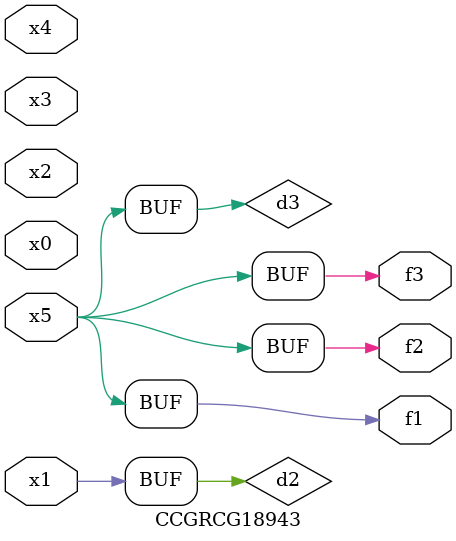
<source format=v>
module CCGRCG18943(
	input x0, x1, x2, x3, x4, x5,
	output f1, f2, f3
);

	wire d1, d2, d3;

	not (d1, x5);
	or (d2, x1);
	xnor (d3, d1);
	assign f1 = d3;
	assign f2 = d3;
	assign f3 = d3;
endmodule

</source>
